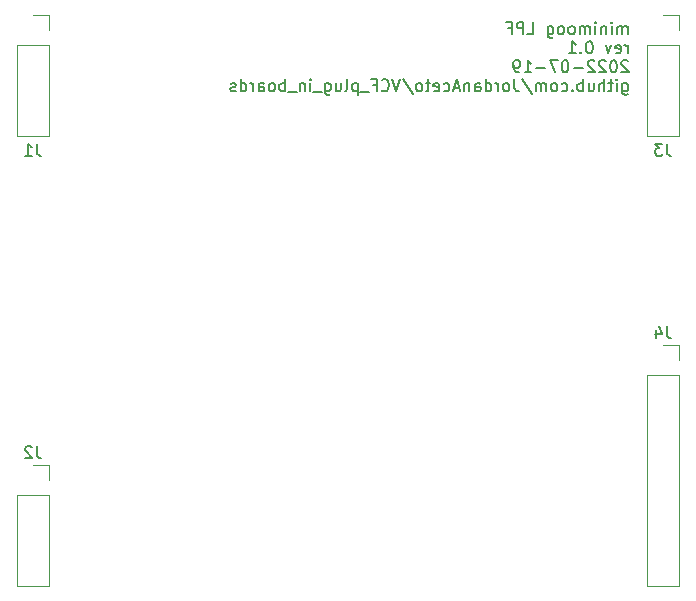
<source format=gbo>
G04 #@! TF.GenerationSoftware,KiCad,Pcbnew,6.0.5+dfsg-1~bpo11+1*
G04 #@! TF.CreationDate,2022-08-15T22:36:42+00:00*
G04 #@! TF.ProjectId,minimoog_LPF,6d696e69-6d6f-46f6-975f-4c50462e6b69,0.1*
G04 #@! TF.SameCoordinates,Original*
G04 #@! TF.FileFunction,Legend,Bot*
G04 #@! TF.FilePolarity,Positive*
%FSLAX46Y46*%
G04 Gerber Fmt 4.6, Leading zero omitted, Abs format (unit mm)*
G04 Created by KiCad (PCBNEW 6.0.5+dfsg-1~bpo11+1) date 2022-08-15 22:36:42*
%MOMM*%
%LPD*%
G01*
G04 APERTURE LIST*
%ADD10C,0.150000*%
%ADD11C,0.120000*%
%ADD12C,1.702000*%
%ADD13C,1.542000*%
%ADD14O,1.802000X1.802000*%
G04 APERTURE END LIST*
D10*
X172892404Y-76523380D02*
X172892404Y-75856714D01*
X172892404Y-75951952D02*
X172844785Y-75904333D01*
X172749547Y-75856714D01*
X172606690Y-75856714D01*
X172511452Y-75904333D01*
X172463833Y-75999571D01*
X172463833Y-76523380D01*
X172463833Y-75999571D02*
X172416214Y-75904333D01*
X172320976Y-75856714D01*
X172178119Y-75856714D01*
X172082880Y-75904333D01*
X172035261Y-75999571D01*
X172035261Y-76523380D01*
X171559071Y-76523380D02*
X171559071Y-75856714D01*
X171559071Y-75523380D02*
X171606690Y-75571000D01*
X171559071Y-75618619D01*
X171511452Y-75571000D01*
X171559071Y-75523380D01*
X171559071Y-75618619D01*
X171082880Y-75856714D02*
X171082880Y-76523380D01*
X171082880Y-75951952D02*
X171035261Y-75904333D01*
X170940023Y-75856714D01*
X170797166Y-75856714D01*
X170701928Y-75904333D01*
X170654309Y-75999571D01*
X170654309Y-76523380D01*
X170178119Y-76523380D02*
X170178119Y-75856714D01*
X170178119Y-75523380D02*
X170225738Y-75571000D01*
X170178119Y-75618619D01*
X170130500Y-75571000D01*
X170178119Y-75523380D01*
X170178119Y-75618619D01*
X169701928Y-76523380D02*
X169701928Y-75856714D01*
X169701928Y-75951952D02*
X169654309Y-75904333D01*
X169559071Y-75856714D01*
X169416214Y-75856714D01*
X169320976Y-75904333D01*
X169273357Y-75999571D01*
X169273357Y-76523380D01*
X169273357Y-75999571D02*
X169225738Y-75904333D01*
X169130500Y-75856714D01*
X168987642Y-75856714D01*
X168892404Y-75904333D01*
X168844785Y-75999571D01*
X168844785Y-76523380D01*
X168225738Y-76523380D02*
X168320976Y-76475761D01*
X168368595Y-76428142D01*
X168416214Y-76332904D01*
X168416214Y-76047190D01*
X168368595Y-75951952D01*
X168320976Y-75904333D01*
X168225738Y-75856714D01*
X168082880Y-75856714D01*
X167987642Y-75904333D01*
X167940023Y-75951952D01*
X167892404Y-76047190D01*
X167892404Y-76332904D01*
X167940023Y-76428142D01*
X167987642Y-76475761D01*
X168082880Y-76523380D01*
X168225738Y-76523380D01*
X167320976Y-76523380D02*
X167416214Y-76475761D01*
X167463833Y-76428142D01*
X167511452Y-76332904D01*
X167511452Y-76047190D01*
X167463833Y-75951952D01*
X167416214Y-75904333D01*
X167320976Y-75856714D01*
X167178119Y-75856714D01*
X167082880Y-75904333D01*
X167035261Y-75951952D01*
X166987642Y-76047190D01*
X166987642Y-76332904D01*
X167035261Y-76428142D01*
X167082880Y-76475761D01*
X167178119Y-76523380D01*
X167320976Y-76523380D01*
X166130500Y-75856714D02*
X166130500Y-76666238D01*
X166178119Y-76761476D01*
X166225738Y-76809095D01*
X166320976Y-76856714D01*
X166463833Y-76856714D01*
X166559071Y-76809095D01*
X166130500Y-76475761D02*
X166225738Y-76523380D01*
X166416214Y-76523380D01*
X166511452Y-76475761D01*
X166559071Y-76428142D01*
X166606690Y-76332904D01*
X166606690Y-76047190D01*
X166559071Y-75951952D01*
X166511452Y-75904333D01*
X166416214Y-75856714D01*
X166225738Y-75856714D01*
X166130500Y-75904333D01*
X164416214Y-76523380D02*
X164892404Y-76523380D01*
X164892404Y-75523380D01*
X164082880Y-76523380D02*
X164082880Y-75523380D01*
X163701928Y-75523380D01*
X163606690Y-75571000D01*
X163559071Y-75618619D01*
X163511452Y-75713857D01*
X163511452Y-75856714D01*
X163559071Y-75951952D01*
X163606690Y-75999571D01*
X163701928Y-76047190D01*
X164082880Y-76047190D01*
X162749547Y-75999571D02*
X163082880Y-75999571D01*
X163082880Y-76523380D02*
X163082880Y-75523380D01*
X162606690Y-75523380D01*
X172892404Y-78133380D02*
X172892404Y-77466714D01*
X172892404Y-77657190D02*
X172844785Y-77561952D01*
X172797166Y-77514333D01*
X172701928Y-77466714D01*
X172606690Y-77466714D01*
X171892404Y-78085761D02*
X171987642Y-78133380D01*
X172178119Y-78133380D01*
X172273357Y-78085761D01*
X172320976Y-77990523D01*
X172320976Y-77609571D01*
X172273357Y-77514333D01*
X172178119Y-77466714D01*
X171987642Y-77466714D01*
X171892404Y-77514333D01*
X171844785Y-77609571D01*
X171844785Y-77704809D01*
X172320976Y-77800047D01*
X171511452Y-77466714D02*
X171273357Y-78133380D01*
X171035261Y-77466714D01*
X169701928Y-77133380D02*
X169606690Y-77133380D01*
X169511452Y-77181000D01*
X169463833Y-77228619D01*
X169416214Y-77323857D01*
X169368595Y-77514333D01*
X169368595Y-77752428D01*
X169416214Y-77942904D01*
X169463833Y-78038142D01*
X169511452Y-78085761D01*
X169606690Y-78133380D01*
X169701928Y-78133380D01*
X169797166Y-78085761D01*
X169844785Y-78038142D01*
X169892404Y-77942904D01*
X169940023Y-77752428D01*
X169940023Y-77514333D01*
X169892404Y-77323857D01*
X169844785Y-77228619D01*
X169797166Y-77181000D01*
X169701928Y-77133380D01*
X168940023Y-78038142D02*
X168892404Y-78085761D01*
X168940023Y-78133380D01*
X168987642Y-78085761D01*
X168940023Y-78038142D01*
X168940023Y-78133380D01*
X167940023Y-78133380D02*
X168511452Y-78133380D01*
X168225738Y-78133380D02*
X168225738Y-77133380D01*
X168320976Y-77276238D01*
X168416214Y-77371476D01*
X168511452Y-77419095D01*
X172940023Y-78838619D02*
X172892404Y-78791000D01*
X172797166Y-78743380D01*
X172559071Y-78743380D01*
X172463833Y-78791000D01*
X172416214Y-78838619D01*
X172368595Y-78933857D01*
X172368595Y-79029095D01*
X172416214Y-79171952D01*
X172987642Y-79743380D01*
X172368595Y-79743380D01*
X171749547Y-78743380D02*
X171654309Y-78743380D01*
X171559071Y-78791000D01*
X171511452Y-78838619D01*
X171463833Y-78933857D01*
X171416214Y-79124333D01*
X171416214Y-79362428D01*
X171463833Y-79552904D01*
X171511452Y-79648142D01*
X171559071Y-79695761D01*
X171654309Y-79743380D01*
X171749547Y-79743380D01*
X171844785Y-79695761D01*
X171892404Y-79648142D01*
X171940023Y-79552904D01*
X171987642Y-79362428D01*
X171987642Y-79124333D01*
X171940023Y-78933857D01*
X171892404Y-78838619D01*
X171844785Y-78791000D01*
X171749547Y-78743380D01*
X171035261Y-78838619D02*
X170987642Y-78791000D01*
X170892404Y-78743380D01*
X170654309Y-78743380D01*
X170559071Y-78791000D01*
X170511452Y-78838619D01*
X170463833Y-78933857D01*
X170463833Y-79029095D01*
X170511452Y-79171952D01*
X171082880Y-79743380D01*
X170463833Y-79743380D01*
X170082880Y-78838619D02*
X170035261Y-78791000D01*
X169940023Y-78743380D01*
X169701928Y-78743380D01*
X169606690Y-78791000D01*
X169559071Y-78838619D01*
X169511452Y-78933857D01*
X169511452Y-79029095D01*
X169559071Y-79171952D01*
X170130500Y-79743380D01*
X169511452Y-79743380D01*
X169082880Y-79362428D02*
X168320976Y-79362428D01*
X167654309Y-78743380D02*
X167559071Y-78743380D01*
X167463833Y-78791000D01*
X167416214Y-78838619D01*
X167368595Y-78933857D01*
X167320976Y-79124333D01*
X167320976Y-79362428D01*
X167368595Y-79552904D01*
X167416214Y-79648142D01*
X167463833Y-79695761D01*
X167559071Y-79743380D01*
X167654309Y-79743380D01*
X167749547Y-79695761D01*
X167797166Y-79648142D01*
X167844785Y-79552904D01*
X167892404Y-79362428D01*
X167892404Y-79124333D01*
X167844785Y-78933857D01*
X167797166Y-78838619D01*
X167749547Y-78791000D01*
X167654309Y-78743380D01*
X166987642Y-78743380D02*
X166320976Y-78743380D01*
X166749547Y-79743380D01*
X165940023Y-79362428D02*
X165178119Y-79362428D01*
X164178119Y-79743380D02*
X164749547Y-79743380D01*
X164463833Y-79743380D02*
X164463833Y-78743380D01*
X164559071Y-78886238D01*
X164654309Y-78981476D01*
X164749547Y-79029095D01*
X163701928Y-79743380D02*
X163511452Y-79743380D01*
X163416214Y-79695761D01*
X163368595Y-79648142D01*
X163273357Y-79505285D01*
X163225738Y-79314809D01*
X163225738Y-78933857D01*
X163273357Y-78838619D01*
X163320976Y-78791000D01*
X163416214Y-78743380D01*
X163606690Y-78743380D01*
X163701928Y-78791000D01*
X163749547Y-78838619D01*
X163797166Y-78933857D01*
X163797166Y-79171952D01*
X163749547Y-79267190D01*
X163701928Y-79314809D01*
X163606690Y-79362428D01*
X163416214Y-79362428D01*
X163320976Y-79314809D01*
X163273357Y-79267190D01*
X163225738Y-79171952D01*
X172463833Y-80686714D02*
X172463833Y-81496238D01*
X172511452Y-81591476D01*
X172559071Y-81639095D01*
X172654309Y-81686714D01*
X172797166Y-81686714D01*
X172892404Y-81639095D01*
X172463833Y-81305761D02*
X172559071Y-81353380D01*
X172749547Y-81353380D01*
X172844785Y-81305761D01*
X172892404Y-81258142D01*
X172940023Y-81162904D01*
X172940023Y-80877190D01*
X172892404Y-80781952D01*
X172844785Y-80734333D01*
X172749547Y-80686714D01*
X172559071Y-80686714D01*
X172463833Y-80734333D01*
X171987642Y-81353380D02*
X171987642Y-80686714D01*
X171987642Y-80353380D02*
X172035261Y-80401000D01*
X171987642Y-80448619D01*
X171940023Y-80401000D01*
X171987642Y-80353380D01*
X171987642Y-80448619D01*
X171654309Y-80686714D02*
X171273357Y-80686714D01*
X171511452Y-80353380D02*
X171511452Y-81210523D01*
X171463833Y-81305761D01*
X171368595Y-81353380D01*
X171273357Y-81353380D01*
X170940023Y-81353380D02*
X170940023Y-80353380D01*
X170511452Y-81353380D02*
X170511452Y-80829571D01*
X170559071Y-80734333D01*
X170654309Y-80686714D01*
X170797166Y-80686714D01*
X170892404Y-80734333D01*
X170940023Y-80781952D01*
X169606690Y-80686714D02*
X169606690Y-81353380D01*
X170035261Y-80686714D02*
X170035261Y-81210523D01*
X169987642Y-81305761D01*
X169892404Y-81353380D01*
X169749547Y-81353380D01*
X169654309Y-81305761D01*
X169606690Y-81258142D01*
X169130500Y-81353380D02*
X169130500Y-80353380D01*
X169130500Y-80734333D02*
X169035261Y-80686714D01*
X168844785Y-80686714D01*
X168749547Y-80734333D01*
X168701928Y-80781952D01*
X168654309Y-80877190D01*
X168654309Y-81162904D01*
X168701928Y-81258142D01*
X168749547Y-81305761D01*
X168844785Y-81353380D01*
X169035261Y-81353380D01*
X169130500Y-81305761D01*
X168225738Y-81258142D02*
X168178119Y-81305761D01*
X168225738Y-81353380D01*
X168273357Y-81305761D01*
X168225738Y-81258142D01*
X168225738Y-81353380D01*
X167320976Y-81305761D02*
X167416214Y-81353380D01*
X167606690Y-81353380D01*
X167701928Y-81305761D01*
X167749547Y-81258142D01*
X167797166Y-81162904D01*
X167797166Y-80877190D01*
X167749547Y-80781952D01*
X167701928Y-80734333D01*
X167606690Y-80686714D01*
X167416214Y-80686714D01*
X167320976Y-80734333D01*
X166749547Y-81353380D02*
X166844785Y-81305761D01*
X166892404Y-81258142D01*
X166940023Y-81162904D01*
X166940023Y-80877190D01*
X166892404Y-80781952D01*
X166844785Y-80734333D01*
X166749547Y-80686714D01*
X166606690Y-80686714D01*
X166511452Y-80734333D01*
X166463833Y-80781952D01*
X166416214Y-80877190D01*
X166416214Y-81162904D01*
X166463833Y-81258142D01*
X166511452Y-81305761D01*
X166606690Y-81353380D01*
X166749547Y-81353380D01*
X165987642Y-81353380D02*
X165987642Y-80686714D01*
X165987642Y-80781952D02*
X165940023Y-80734333D01*
X165844785Y-80686714D01*
X165701928Y-80686714D01*
X165606690Y-80734333D01*
X165559071Y-80829571D01*
X165559071Y-81353380D01*
X165559071Y-80829571D02*
X165511452Y-80734333D01*
X165416214Y-80686714D01*
X165273357Y-80686714D01*
X165178119Y-80734333D01*
X165130500Y-80829571D01*
X165130500Y-81353380D01*
X163940023Y-80305761D02*
X164797166Y-81591476D01*
X163320976Y-80353380D02*
X163320976Y-81067666D01*
X163368595Y-81210523D01*
X163463833Y-81305761D01*
X163606690Y-81353380D01*
X163701928Y-81353380D01*
X162701928Y-81353380D02*
X162797166Y-81305761D01*
X162844785Y-81258142D01*
X162892404Y-81162904D01*
X162892404Y-80877190D01*
X162844785Y-80781952D01*
X162797166Y-80734333D01*
X162701928Y-80686714D01*
X162559071Y-80686714D01*
X162463833Y-80734333D01*
X162416214Y-80781952D01*
X162368595Y-80877190D01*
X162368595Y-81162904D01*
X162416214Y-81258142D01*
X162463833Y-81305761D01*
X162559071Y-81353380D01*
X162701928Y-81353380D01*
X161940023Y-81353380D02*
X161940023Y-80686714D01*
X161940023Y-80877190D02*
X161892404Y-80781952D01*
X161844785Y-80734333D01*
X161749547Y-80686714D01*
X161654309Y-80686714D01*
X160892404Y-81353380D02*
X160892404Y-80353380D01*
X160892404Y-81305761D02*
X160987642Y-81353380D01*
X161178119Y-81353380D01*
X161273357Y-81305761D01*
X161320976Y-81258142D01*
X161368595Y-81162904D01*
X161368595Y-80877190D01*
X161320976Y-80781952D01*
X161273357Y-80734333D01*
X161178119Y-80686714D01*
X160987642Y-80686714D01*
X160892404Y-80734333D01*
X159987642Y-81353380D02*
X159987642Y-80829571D01*
X160035261Y-80734333D01*
X160130500Y-80686714D01*
X160320976Y-80686714D01*
X160416214Y-80734333D01*
X159987642Y-81305761D02*
X160082880Y-81353380D01*
X160320976Y-81353380D01*
X160416214Y-81305761D01*
X160463833Y-81210523D01*
X160463833Y-81115285D01*
X160416214Y-81020047D01*
X160320976Y-80972428D01*
X160082880Y-80972428D01*
X159987642Y-80924809D01*
X159511452Y-80686714D02*
X159511452Y-81353380D01*
X159511452Y-80781952D02*
X159463833Y-80734333D01*
X159368595Y-80686714D01*
X159225738Y-80686714D01*
X159130500Y-80734333D01*
X159082880Y-80829571D01*
X159082880Y-81353380D01*
X158654309Y-81067666D02*
X158178119Y-81067666D01*
X158749547Y-81353380D02*
X158416214Y-80353380D01*
X158082880Y-81353380D01*
X157320976Y-81305761D02*
X157416214Y-81353380D01*
X157606690Y-81353380D01*
X157701928Y-81305761D01*
X157749547Y-81258142D01*
X157797166Y-81162904D01*
X157797166Y-80877190D01*
X157749547Y-80781952D01*
X157701928Y-80734333D01*
X157606690Y-80686714D01*
X157416214Y-80686714D01*
X157320976Y-80734333D01*
X156511452Y-81305761D02*
X156606690Y-81353380D01*
X156797166Y-81353380D01*
X156892404Y-81305761D01*
X156940023Y-81210523D01*
X156940023Y-80829571D01*
X156892404Y-80734333D01*
X156797166Y-80686714D01*
X156606690Y-80686714D01*
X156511452Y-80734333D01*
X156463833Y-80829571D01*
X156463833Y-80924809D01*
X156940023Y-81020047D01*
X156178119Y-80686714D02*
X155797166Y-80686714D01*
X156035261Y-80353380D02*
X156035261Y-81210523D01*
X155987642Y-81305761D01*
X155892404Y-81353380D01*
X155797166Y-81353380D01*
X155320976Y-81353380D02*
X155416214Y-81305761D01*
X155463833Y-81258142D01*
X155511452Y-81162904D01*
X155511452Y-80877190D01*
X155463833Y-80781952D01*
X155416214Y-80734333D01*
X155320976Y-80686714D01*
X155178119Y-80686714D01*
X155082880Y-80734333D01*
X155035261Y-80781952D01*
X154987642Y-80877190D01*
X154987642Y-81162904D01*
X155035261Y-81258142D01*
X155082880Y-81305761D01*
X155178119Y-81353380D01*
X155320976Y-81353380D01*
X153844785Y-80305761D02*
X154701928Y-81591476D01*
X153654309Y-80353380D02*
X153320976Y-81353380D01*
X152987642Y-80353380D01*
X152082880Y-81258142D02*
X152130500Y-81305761D01*
X152273357Y-81353380D01*
X152368595Y-81353380D01*
X152511452Y-81305761D01*
X152606690Y-81210523D01*
X152654309Y-81115285D01*
X152701928Y-80924809D01*
X152701928Y-80781952D01*
X152654309Y-80591476D01*
X152606690Y-80496238D01*
X152511452Y-80401000D01*
X152368595Y-80353380D01*
X152273357Y-80353380D01*
X152130500Y-80401000D01*
X152082880Y-80448619D01*
X151320976Y-80829571D02*
X151654309Y-80829571D01*
X151654309Y-81353380D02*
X151654309Y-80353380D01*
X151178119Y-80353380D01*
X151035261Y-81448619D02*
X150273357Y-81448619D01*
X150035261Y-80686714D02*
X150035261Y-81686714D01*
X150035261Y-80734333D02*
X149940023Y-80686714D01*
X149749547Y-80686714D01*
X149654309Y-80734333D01*
X149606690Y-80781952D01*
X149559071Y-80877190D01*
X149559071Y-81162904D01*
X149606690Y-81258142D01*
X149654309Y-81305761D01*
X149749547Y-81353380D01*
X149940023Y-81353380D01*
X150035261Y-81305761D01*
X148987642Y-81353380D02*
X149082880Y-81305761D01*
X149130500Y-81210523D01*
X149130500Y-80353380D01*
X148178119Y-80686714D02*
X148178119Y-81353380D01*
X148606690Y-80686714D02*
X148606690Y-81210523D01*
X148559071Y-81305761D01*
X148463833Y-81353380D01*
X148320976Y-81353380D01*
X148225738Y-81305761D01*
X148178119Y-81258142D01*
X147273357Y-80686714D02*
X147273357Y-81496238D01*
X147320976Y-81591476D01*
X147368595Y-81639095D01*
X147463833Y-81686714D01*
X147606690Y-81686714D01*
X147701928Y-81639095D01*
X147273357Y-81305761D02*
X147368595Y-81353380D01*
X147559071Y-81353380D01*
X147654309Y-81305761D01*
X147701928Y-81258142D01*
X147749547Y-81162904D01*
X147749547Y-80877190D01*
X147701928Y-80781952D01*
X147654309Y-80734333D01*
X147559071Y-80686714D01*
X147368595Y-80686714D01*
X147273357Y-80734333D01*
X147035261Y-81448619D02*
X146273357Y-81448619D01*
X146035261Y-81353380D02*
X146035261Y-80686714D01*
X146035261Y-80353380D02*
X146082880Y-80401000D01*
X146035261Y-80448619D01*
X145987642Y-80401000D01*
X146035261Y-80353380D01*
X146035261Y-80448619D01*
X145559071Y-80686714D02*
X145559071Y-81353380D01*
X145559071Y-80781952D02*
X145511452Y-80734333D01*
X145416214Y-80686714D01*
X145273357Y-80686714D01*
X145178119Y-80734333D01*
X145130500Y-80829571D01*
X145130500Y-81353380D01*
X144892404Y-81448619D02*
X144130500Y-81448619D01*
X143892404Y-81353380D02*
X143892404Y-80353380D01*
X143892404Y-80734333D02*
X143797166Y-80686714D01*
X143606690Y-80686714D01*
X143511452Y-80734333D01*
X143463833Y-80781952D01*
X143416214Y-80877190D01*
X143416214Y-81162904D01*
X143463833Y-81258142D01*
X143511452Y-81305761D01*
X143606690Y-81353380D01*
X143797166Y-81353380D01*
X143892404Y-81305761D01*
X142844785Y-81353380D02*
X142940023Y-81305761D01*
X142987642Y-81258142D01*
X143035261Y-81162904D01*
X143035261Y-80877190D01*
X142987642Y-80781952D01*
X142940023Y-80734333D01*
X142844785Y-80686714D01*
X142701928Y-80686714D01*
X142606690Y-80734333D01*
X142559071Y-80781952D01*
X142511452Y-80877190D01*
X142511452Y-81162904D01*
X142559071Y-81258142D01*
X142606690Y-81305761D01*
X142701928Y-81353380D01*
X142844785Y-81353380D01*
X141654309Y-81353380D02*
X141654309Y-80829571D01*
X141701928Y-80734333D01*
X141797166Y-80686714D01*
X141987642Y-80686714D01*
X142082880Y-80734333D01*
X141654309Y-81305761D02*
X141749547Y-81353380D01*
X141987642Y-81353380D01*
X142082880Y-81305761D01*
X142130500Y-81210523D01*
X142130500Y-81115285D01*
X142082880Y-81020047D01*
X141987642Y-80972428D01*
X141749547Y-80972428D01*
X141654309Y-80924809D01*
X141178119Y-81353380D02*
X141178119Y-80686714D01*
X141178119Y-80877190D02*
X141130500Y-80781952D01*
X141082880Y-80734333D01*
X140987642Y-80686714D01*
X140892404Y-80686714D01*
X140130500Y-81353380D02*
X140130500Y-80353380D01*
X140130500Y-81305761D02*
X140225738Y-81353380D01*
X140416214Y-81353380D01*
X140511452Y-81305761D01*
X140559071Y-81258142D01*
X140606690Y-81162904D01*
X140606690Y-80877190D01*
X140559071Y-80781952D01*
X140511452Y-80734333D01*
X140416214Y-80686714D01*
X140225738Y-80686714D01*
X140130500Y-80734333D01*
X139701928Y-81305761D02*
X139606690Y-81353380D01*
X139416214Y-81353380D01*
X139320976Y-81305761D01*
X139273357Y-81210523D01*
X139273357Y-81162904D01*
X139320976Y-81067666D01*
X139416214Y-81020047D01*
X139559071Y-81020047D01*
X139654309Y-80972428D01*
X139701928Y-80877190D01*
X139701928Y-80829571D01*
X139654309Y-80734333D01*
X139559071Y-80686714D01*
X139416214Y-80686714D01*
X139320976Y-80734333D01*
X122888333Y-85812380D02*
X122888333Y-86526666D01*
X122935952Y-86669523D01*
X123031190Y-86764761D01*
X123174047Y-86812380D01*
X123269285Y-86812380D01*
X121888333Y-86812380D02*
X122459761Y-86812380D01*
X122174047Y-86812380D02*
X122174047Y-85812380D01*
X122269285Y-85955238D01*
X122364523Y-86050476D01*
X122459761Y-86098095D01*
X122888333Y-111422380D02*
X122888333Y-112136666D01*
X122935952Y-112279523D01*
X123031190Y-112374761D01*
X123174047Y-112422380D01*
X123269285Y-112422380D01*
X122459761Y-111517619D02*
X122412142Y-111470000D01*
X122316904Y-111422380D01*
X122078809Y-111422380D01*
X121983571Y-111470000D01*
X121935952Y-111517619D01*
X121888333Y-111612857D01*
X121888333Y-111708095D01*
X121935952Y-111850952D01*
X122507380Y-112422380D01*
X121888333Y-112422380D01*
X176228333Y-85812380D02*
X176228333Y-86526666D01*
X176275952Y-86669523D01*
X176371190Y-86764761D01*
X176514047Y-86812380D01*
X176609285Y-86812380D01*
X175847380Y-85812380D02*
X175228333Y-85812380D01*
X175561666Y-86193333D01*
X175418809Y-86193333D01*
X175323571Y-86240952D01*
X175275952Y-86288571D01*
X175228333Y-86383809D01*
X175228333Y-86621904D01*
X175275952Y-86717142D01*
X175323571Y-86764761D01*
X175418809Y-86812380D01*
X175704523Y-86812380D01*
X175799761Y-86764761D01*
X175847380Y-86717142D01*
X176228333Y-101262380D02*
X176228333Y-101976666D01*
X176275952Y-102119523D01*
X176371190Y-102214761D01*
X176514047Y-102262380D01*
X176609285Y-102262380D01*
X175323571Y-101595714D02*
X175323571Y-102262380D01*
X175561666Y-101214761D02*
X175799761Y-101929047D01*
X175180714Y-101929047D01*
D11*
X123885000Y-74870000D02*
X122555000Y-74870000D01*
X123885000Y-85150000D02*
X121225000Y-85150000D01*
X121225000Y-77470000D02*
X121225000Y-85150000D01*
X123885000Y-77470000D02*
X123885000Y-85150000D01*
X123885000Y-77470000D02*
X121225000Y-77470000D01*
X123885000Y-76200000D02*
X123885000Y-74870000D01*
X121225000Y-115570000D02*
X121225000Y-123250000D01*
X123885000Y-115570000D02*
X121225000Y-115570000D01*
X123885000Y-114300000D02*
X123885000Y-112970000D01*
X123885000Y-115570000D02*
X123885000Y-123250000D01*
X123885000Y-123250000D02*
X121225000Y-123250000D01*
X123885000Y-112970000D02*
X122555000Y-112970000D01*
X177225000Y-77470000D02*
X177225000Y-85150000D01*
X177225000Y-76200000D02*
X177225000Y-74870000D01*
X174565000Y-77470000D02*
X174565000Y-85150000D01*
X177225000Y-85150000D02*
X174565000Y-85150000D01*
X177225000Y-77470000D02*
X174565000Y-77470000D01*
X177225000Y-74870000D02*
X175895000Y-74870000D01*
X177225000Y-123250000D02*
X174565000Y-123250000D01*
X177225000Y-104140000D02*
X177225000Y-102810000D01*
X177225000Y-105410000D02*
X177225000Y-123250000D01*
X177225000Y-102810000D02*
X175895000Y-102810000D01*
X174565000Y-105410000D02*
X174565000Y-123250000D01*
X177225000Y-105410000D02*
X174565000Y-105410000D01*
%LPC*%
G36*
G01*
X139535000Y-103289000D02*
X141135000Y-103289000D01*
G75*
G02*
X141186000Y-103340000I0J-51000D01*
G01*
X141186000Y-104940000D01*
G75*
G02*
X141135000Y-104991000I-51000J0D01*
G01*
X139535000Y-104991000D01*
G75*
G02*
X139484000Y-104940000I0J51000D01*
G01*
X139484000Y-103340000D01*
G75*
G02*
X139535000Y-103289000I51000J0D01*
G01*
G37*
D12*
X140335000Y-106640000D03*
G36*
G01*
X169380000Y-95756621D02*
X170980000Y-95756621D01*
G75*
G02*
X171031000Y-95807621I0J-51000D01*
G01*
X171031000Y-97407621D01*
G75*
G02*
X170980000Y-97458621I-51000J0D01*
G01*
X169380000Y-97458621D01*
G75*
G02*
X169329000Y-97407621I0J51000D01*
G01*
X169329000Y-95807621D01*
G75*
G02*
X169380000Y-95756621I51000J0D01*
G01*
G37*
X170180000Y-99107621D03*
G36*
G01*
X125565000Y-97661621D02*
X127165000Y-97661621D01*
G75*
G02*
X127216000Y-97712621I0J-51000D01*
G01*
X127216000Y-99312621D01*
G75*
G02*
X127165000Y-99363621I-51000J0D01*
G01*
X125565000Y-99363621D01*
G75*
G02*
X125514000Y-99312621I0J51000D01*
G01*
X125514000Y-97712621D01*
G75*
G02*
X125565000Y-97661621I51000J0D01*
G01*
G37*
X126365000Y-101012621D03*
D13*
X127635000Y-120015000D03*
X127635000Y-117475000D03*
X127635000Y-114935000D03*
D12*
X171450000Y-83860000D03*
X171450000Y-88860000D03*
G36*
G01*
X125565000Y-88136621D02*
X127165000Y-88136621D01*
G75*
G02*
X127216000Y-88187621I0J-51000D01*
G01*
X127216000Y-89787621D01*
G75*
G02*
X127165000Y-89838621I-51000J0D01*
G01*
X125565000Y-89838621D01*
G75*
G02*
X125514000Y-89787621I0J51000D01*
G01*
X125514000Y-88187621D01*
G75*
G02*
X125565000Y-88136621I51000J0D01*
G01*
G37*
X126365000Y-91487621D03*
G36*
G01*
X169380000Y-116624000D02*
X170980000Y-116624000D01*
G75*
G02*
X171031000Y-116675000I0J-51000D01*
G01*
X171031000Y-118275000D01*
G75*
G02*
X170980000Y-118326000I-51000J0D01*
G01*
X169380000Y-118326000D01*
G75*
G02*
X169329000Y-118275000I0J51000D01*
G01*
X169329000Y-116675000D01*
G75*
G02*
X169380000Y-116624000I51000J0D01*
G01*
G37*
X170180000Y-119975000D03*
G36*
G01*
X169380000Y-109639000D02*
X170980000Y-109639000D01*
G75*
G02*
X171031000Y-109690000I0J-51000D01*
G01*
X171031000Y-111290000D01*
G75*
G02*
X170980000Y-111341000I-51000J0D01*
G01*
X169380000Y-111341000D01*
G75*
G02*
X169329000Y-111290000I0J51000D01*
G01*
X169329000Y-109690000D01*
G75*
G02*
X169380000Y-109639000I51000J0D01*
G01*
G37*
X170180000Y-112990000D03*
D13*
X133985000Y-120015000D03*
X133985000Y-117475000D03*
X133985000Y-114935000D03*
X140335000Y-120015000D03*
X140335000Y-117475000D03*
X140335000Y-114935000D03*
D12*
X167005000Y-83860000D03*
X167005000Y-88860000D03*
G36*
G01*
X123456000Y-75350000D02*
X123456000Y-77050000D01*
G75*
G02*
X123405000Y-77101000I-51000J0D01*
G01*
X121705000Y-77101000D01*
G75*
G02*
X121654000Y-77050000I0J51000D01*
G01*
X121654000Y-75350000D01*
G75*
G02*
X121705000Y-75299000I51000J0D01*
G01*
X123405000Y-75299000D01*
G75*
G02*
X123456000Y-75350000I0J-51000D01*
G01*
G37*
D14*
X122555000Y-78740000D03*
X122555000Y-81280000D03*
X122555000Y-83820000D03*
G36*
G01*
X123456000Y-113450000D02*
X123456000Y-115150000D01*
G75*
G02*
X123405000Y-115201000I-51000J0D01*
G01*
X121705000Y-115201000D01*
G75*
G02*
X121654000Y-115150000I0J51000D01*
G01*
X121654000Y-113450000D01*
G75*
G02*
X121705000Y-113399000I51000J0D01*
G01*
X123405000Y-113399000D01*
G75*
G02*
X123456000Y-113450000I0J-51000D01*
G01*
G37*
X122555000Y-116840000D03*
X122555000Y-119380000D03*
X122555000Y-121920000D03*
G36*
G01*
X176796000Y-75350000D02*
X176796000Y-77050000D01*
G75*
G02*
X176745000Y-77101000I-51000J0D01*
G01*
X175045000Y-77101000D01*
G75*
G02*
X174994000Y-77050000I0J51000D01*
G01*
X174994000Y-75350000D01*
G75*
G02*
X175045000Y-75299000I51000J0D01*
G01*
X176745000Y-75299000D01*
G75*
G02*
X176796000Y-75350000I0J-51000D01*
G01*
G37*
X175895000Y-78740000D03*
X175895000Y-81280000D03*
X175895000Y-83820000D03*
G36*
G01*
X176796000Y-103290000D02*
X176796000Y-104990000D01*
G75*
G02*
X176745000Y-105041000I-51000J0D01*
G01*
X175045000Y-105041000D01*
G75*
G02*
X174994000Y-104990000I0J51000D01*
G01*
X174994000Y-103290000D01*
G75*
G02*
X175045000Y-103239000I51000J0D01*
G01*
X176745000Y-103239000D01*
G75*
G02*
X176796000Y-103290000I0J-51000D01*
G01*
G37*
X175895000Y-106680000D03*
X175895000Y-109220000D03*
X175895000Y-111760000D03*
X175895000Y-114300000D03*
X175895000Y-116840000D03*
X175895000Y-119380000D03*
X175895000Y-121920000D03*
M02*

</source>
